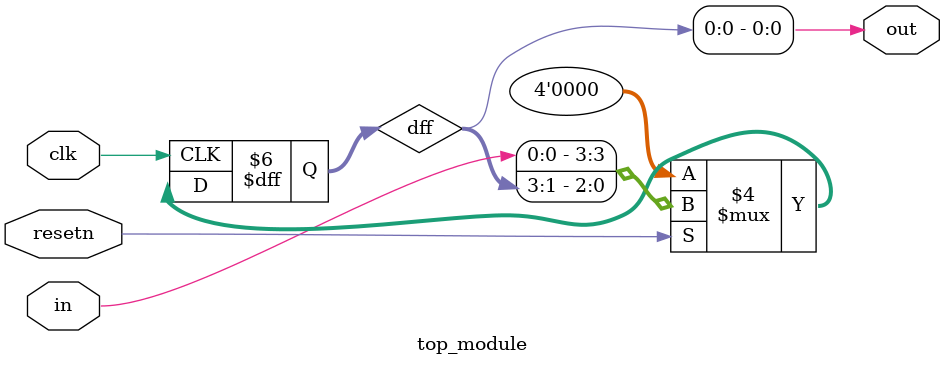
<source format=v>
module top_module (
    input  clk,
    input  resetn,  // synchronous reset
    input  in,
    output out
);

    reg [3:0] dff;

    assign out = dff[0];

    always @(posedge clk) begin
        if (resetn == 1'b0) begin
            dff <= 4'b0;
        end else begin
            dff[3:0] <= {in, dff[3:1]};
        end
    end

endmodule

</source>
